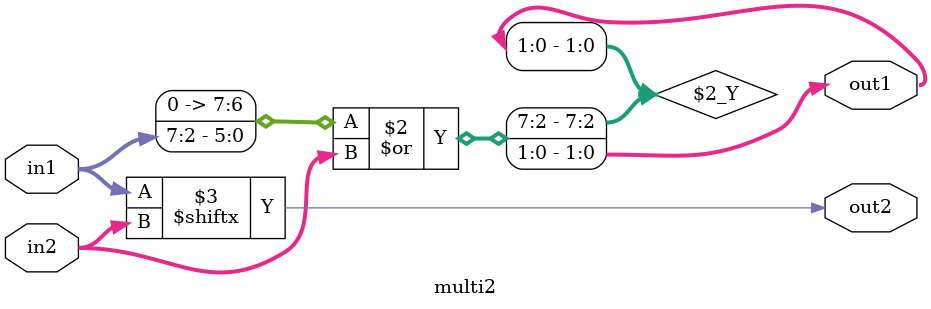
<source format=v>
module multi2 (in1, in2, out1, out2);

input [7:0] in1;
input [1:0] in2;
output [1:0] out1;
output out2;

assign out1 = (in1 >> 2) | in2;
assign out2 = in1[in2];

endmodule

</source>
